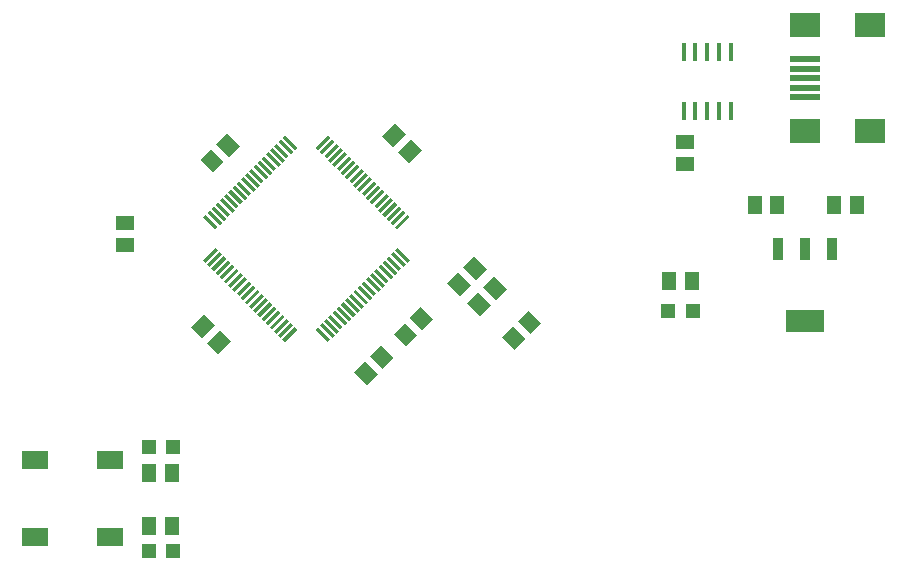
<source format=gbr>
G04 EAGLE Gerber RS-274X export*
G75*
%MOMM*%
%FSLAX34Y34*%
%LPD*%
%INSolderpaste Top*%
%IPPOS*%
%AMOC8*
5,1,8,0,0,1.08239X$1,22.5*%
G01*
%ADD10R,1.300000X1.500000*%
%ADD11R,1.475000X0.300000*%
%ADD12R,1.500000X1.300000*%
%ADD13R,1.200000X1.200000*%
%ADD14R,2.500000X0.500000*%
%ADD15R,2.500000X2.000000*%
%ADD16R,0.400000X1.499997*%
%ADD17R,0.900000X1.900000*%
%ADD18R,3.200000X1.900000*%
%ADD19R,2.300000X1.600000*%


D10*
G36*
X265885Y232918D02*
X275077Y223726D01*
X264471Y213120D01*
X255279Y222312D01*
X265885Y232918D01*
G37*
G36*
X252450Y246353D02*
X261642Y237161D01*
X251036Y226555D01*
X241844Y235747D01*
X252450Y246353D01*
G37*
G36*
X412681Y388200D02*
X403489Y397392D01*
X414095Y407998D01*
X423287Y398806D01*
X412681Y388200D01*
G37*
G36*
X426116Y374765D02*
X416924Y383957D01*
X427530Y394563D01*
X436722Y385371D01*
X426116Y374765D01*
G37*
G36*
X432902Y228753D02*
X423710Y219561D01*
X413104Y230167D01*
X422296Y239359D01*
X432902Y228753D01*
G37*
G36*
X446337Y242188D02*
X437145Y232996D01*
X426539Y243602D01*
X435731Y252794D01*
X446337Y242188D01*
G37*
G36*
X399521Y196007D02*
X390329Y186815D01*
X379723Y197421D01*
X388915Y206613D01*
X399521Y196007D01*
G37*
G36*
X412956Y209442D02*
X403764Y200250D01*
X393158Y210856D01*
X402350Y220048D01*
X412956Y209442D01*
G37*
G36*
X269262Y375702D02*
X260070Y366510D01*
X249464Y377116D01*
X258656Y386308D01*
X269262Y375702D01*
G37*
G36*
X282697Y389137D02*
X273505Y379945D01*
X262899Y390551D01*
X272091Y399743D01*
X282697Y389137D01*
G37*
D11*
G36*
X264325Y300656D02*
X253896Y290227D01*
X251775Y292348D01*
X262204Y302777D01*
X264325Y300656D01*
G37*
G36*
X267861Y297120D02*
X257432Y286691D01*
X255311Y288812D01*
X265740Y299241D01*
X267861Y297120D01*
G37*
G36*
X271396Y293585D02*
X260967Y283156D01*
X258846Y285277D01*
X269275Y295706D01*
X271396Y293585D01*
G37*
G36*
X274932Y290049D02*
X264503Y279620D01*
X262382Y281741D01*
X272811Y292170D01*
X274932Y290049D01*
G37*
G36*
X278468Y286514D02*
X268039Y276085D01*
X265918Y278206D01*
X276347Y288635D01*
X278468Y286514D01*
G37*
G36*
X282003Y282978D02*
X271574Y272549D01*
X269453Y274670D01*
X279882Y285099D01*
X282003Y282978D01*
G37*
G36*
X285539Y279443D02*
X275110Y269014D01*
X272989Y271135D01*
X283418Y281564D01*
X285539Y279443D01*
G37*
G36*
X289074Y275907D02*
X278645Y265478D01*
X276524Y267599D01*
X286953Y278028D01*
X289074Y275907D01*
G37*
G36*
X292610Y272372D02*
X282181Y261943D01*
X280060Y264064D01*
X290489Y274493D01*
X292610Y272372D01*
G37*
G36*
X296145Y268836D02*
X285716Y258407D01*
X283595Y260528D01*
X294024Y270957D01*
X296145Y268836D01*
G37*
G36*
X299681Y265301D02*
X289252Y254872D01*
X287131Y256993D01*
X297560Y267422D01*
X299681Y265301D01*
G37*
G36*
X303216Y261765D02*
X292787Y251336D01*
X290666Y253457D01*
X301095Y263886D01*
X303216Y261765D01*
G37*
G36*
X306752Y258230D02*
X296323Y247801D01*
X294202Y249922D01*
X304631Y260351D01*
X306752Y258230D01*
G37*
G36*
X310287Y254694D02*
X299858Y244265D01*
X297737Y246386D01*
X308166Y256815D01*
X310287Y254694D01*
G37*
G36*
X313823Y251159D02*
X303394Y240730D01*
X301273Y242851D01*
X311702Y253280D01*
X313823Y251159D01*
G37*
G36*
X317358Y247623D02*
X306929Y237194D01*
X304808Y239315D01*
X315237Y249744D01*
X317358Y247623D01*
G37*
G36*
X320894Y244087D02*
X310465Y233658D01*
X308344Y235779D01*
X318773Y246208D01*
X320894Y244087D01*
G37*
G36*
X324429Y240552D02*
X314000Y230123D01*
X311879Y232244D01*
X322308Y242673D01*
X324429Y240552D01*
G37*
G36*
X327965Y237016D02*
X317536Y226587D01*
X315415Y228708D01*
X325844Y239137D01*
X327965Y237016D01*
G37*
G36*
X331501Y233481D02*
X321072Y223052D01*
X318951Y225173D01*
X329380Y235602D01*
X331501Y233481D01*
G37*
G36*
X349186Y235602D02*
X359615Y225173D01*
X357494Y223052D01*
X347065Y233481D01*
X349186Y235602D01*
G37*
G36*
X352722Y239137D02*
X363151Y228708D01*
X361030Y226587D01*
X350601Y237016D01*
X352722Y239137D01*
G37*
G36*
X356257Y242673D02*
X366686Y232244D01*
X364565Y230123D01*
X354136Y240552D01*
X356257Y242673D01*
G37*
G36*
X359793Y246208D02*
X370222Y235779D01*
X368101Y233658D01*
X357672Y244087D01*
X359793Y246208D01*
G37*
G36*
X363328Y249744D02*
X373757Y239315D01*
X371636Y237194D01*
X361207Y247623D01*
X363328Y249744D01*
G37*
G36*
X366864Y253280D02*
X377293Y242851D01*
X375172Y240730D01*
X364743Y251159D01*
X366864Y253280D01*
G37*
G36*
X370399Y256815D02*
X380828Y246386D01*
X378707Y244265D01*
X368278Y254694D01*
X370399Y256815D01*
G37*
G36*
X373935Y260351D02*
X384364Y249922D01*
X382243Y247801D01*
X371814Y258230D01*
X373935Y260351D01*
G37*
G36*
X377470Y263886D02*
X387899Y253457D01*
X385778Y251336D01*
X375349Y261765D01*
X377470Y263886D01*
G37*
G36*
X381006Y267422D02*
X391435Y256993D01*
X389314Y254872D01*
X378885Y265301D01*
X381006Y267422D01*
G37*
G36*
X384541Y270957D02*
X394970Y260528D01*
X392849Y258407D01*
X382420Y268836D01*
X384541Y270957D01*
G37*
G36*
X388077Y274493D02*
X398506Y264064D01*
X396385Y261943D01*
X385956Y272372D01*
X388077Y274493D01*
G37*
G36*
X391613Y278028D02*
X402042Y267599D01*
X399921Y265478D01*
X389492Y275907D01*
X391613Y278028D01*
G37*
G36*
X395148Y281564D02*
X405577Y271135D01*
X403456Y269014D01*
X393027Y279443D01*
X395148Y281564D01*
G37*
G36*
X398684Y285099D02*
X409113Y274670D01*
X406992Y272549D01*
X396563Y282978D01*
X398684Y285099D01*
G37*
G36*
X402219Y288635D02*
X412648Y278206D01*
X410527Y276085D01*
X400098Y286514D01*
X402219Y288635D01*
G37*
G36*
X405755Y292170D02*
X416184Y281741D01*
X414063Y279620D01*
X403634Y290049D01*
X405755Y292170D01*
G37*
G36*
X409290Y295706D02*
X419719Y285277D01*
X417598Y283156D01*
X407169Y293585D01*
X409290Y295706D01*
G37*
G36*
X412826Y299241D02*
X423255Y288812D01*
X421134Y286691D01*
X410705Y297120D01*
X412826Y299241D01*
G37*
G36*
X416361Y302777D02*
X426790Y292348D01*
X424669Y290227D01*
X414240Y300656D01*
X416361Y302777D01*
G37*
G36*
X426790Y328771D02*
X416361Y318342D01*
X414240Y320463D01*
X424669Y330892D01*
X426790Y328771D01*
G37*
G36*
X423255Y332306D02*
X412826Y321877D01*
X410705Y323998D01*
X421134Y334427D01*
X423255Y332306D01*
G37*
G36*
X419719Y335842D02*
X409290Y325413D01*
X407169Y327534D01*
X417598Y337963D01*
X419719Y335842D01*
G37*
G36*
X416184Y339377D02*
X405755Y328948D01*
X403634Y331069D01*
X414063Y341498D01*
X416184Y339377D01*
G37*
G36*
X412648Y342913D02*
X402219Y332484D01*
X400098Y334605D01*
X410527Y345034D01*
X412648Y342913D01*
G37*
G36*
X409113Y346448D02*
X398684Y336019D01*
X396563Y338140D01*
X406992Y348569D01*
X409113Y346448D01*
G37*
G36*
X405577Y349984D02*
X395148Y339555D01*
X393027Y341676D01*
X403456Y352105D01*
X405577Y349984D01*
G37*
G36*
X402042Y353519D02*
X391613Y343090D01*
X389492Y345211D01*
X399921Y355640D01*
X402042Y353519D01*
G37*
G36*
X398506Y357055D02*
X388077Y346626D01*
X385956Y348747D01*
X396385Y359176D01*
X398506Y357055D01*
G37*
G36*
X394970Y360590D02*
X384541Y350161D01*
X382420Y352282D01*
X392849Y362711D01*
X394970Y360590D01*
G37*
G36*
X391435Y364126D02*
X381006Y353697D01*
X378885Y355818D01*
X389314Y366247D01*
X391435Y364126D01*
G37*
G36*
X387899Y367661D02*
X377470Y357232D01*
X375349Y359353D01*
X385778Y369782D01*
X387899Y367661D01*
G37*
G36*
X384364Y371197D02*
X373935Y360768D01*
X371814Y362889D01*
X382243Y373318D01*
X384364Y371197D01*
G37*
G36*
X380828Y374733D02*
X370399Y364304D01*
X368278Y366425D01*
X378707Y376854D01*
X380828Y374733D01*
G37*
G36*
X377293Y378268D02*
X366864Y367839D01*
X364743Y369960D01*
X375172Y380389D01*
X377293Y378268D01*
G37*
G36*
X373757Y381804D02*
X363328Y371375D01*
X361207Y373496D01*
X371636Y383925D01*
X373757Y381804D01*
G37*
G36*
X370222Y385339D02*
X359793Y374910D01*
X357672Y377031D01*
X368101Y387460D01*
X370222Y385339D01*
G37*
G36*
X366686Y388875D02*
X356257Y378446D01*
X354136Y380567D01*
X364565Y390996D01*
X366686Y388875D01*
G37*
G36*
X363151Y392410D02*
X352722Y381981D01*
X350601Y384102D01*
X361030Y394531D01*
X363151Y392410D01*
G37*
G36*
X359615Y395946D02*
X349186Y385517D01*
X347065Y387638D01*
X357494Y398067D01*
X359615Y395946D01*
G37*
G36*
X321072Y398067D02*
X331501Y387638D01*
X329380Y385517D01*
X318951Y395946D01*
X321072Y398067D01*
G37*
G36*
X317536Y394531D02*
X327965Y384102D01*
X325844Y381981D01*
X315415Y392410D01*
X317536Y394531D01*
G37*
G36*
X314000Y390996D02*
X324429Y380567D01*
X322308Y378446D01*
X311879Y388875D01*
X314000Y390996D01*
G37*
G36*
X310465Y387460D02*
X320894Y377031D01*
X318773Y374910D01*
X308344Y385339D01*
X310465Y387460D01*
G37*
G36*
X306929Y383925D02*
X317358Y373496D01*
X315237Y371375D01*
X304808Y381804D01*
X306929Y383925D01*
G37*
G36*
X303394Y380389D02*
X313823Y369960D01*
X311702Y367839D01*
X301273Y378268D01*
X303394Y380389D01*
G37*
G36*
X299858Y376854D02*
X310287Y366425D01*
X308166Y364304D01*
X297737Y374733D01*
X299858Y376854D01*
G37*
G36*
X296323Y373318D02*
X306752Y362889D01*
X304631Y360768D01*
X294202Y371197D01*
X296323Y373318D01*
G37*
G36*
X292787Y369782D02*
X303216Y359353D01*
X301095Y357232D01*
X290666Y367661D01*
X292787Y369782D01*
G37*
G36*
X289252Y366247D02*
X299681Y355818D01*
X297560Y353697D01*
X287131Y364126D01*
X289252Y366247D01*
G37*
G36*
X285716Y362711D02*
X296145Y352282D01*
X294024Y350161D01*
X283595Y360590D01*
X285716Y362711D01*
G37*
G36*
X282181Y359176D02*
X292610Y348747D01*
X290489Y346626D01*
X280060Y357055D01*
X282181Y359176D01*
G37*
G36*
X278645Y355640D02*
X289074Y345211D01*
X286953Y343090D01*
X276524Y353519D01*
X278645Y355640D01*
G37*
G36*
X275110Y352105D02*
X285539Y341676D01*
X283418Y339555D01*
X272989Y349984D01*
X275110Y352105D01*
G37*
G36*
X271574Y348569D02*
X282003Y338140D01*
X279882Y336019D01*
X269453Y346448D01*
X271574Y348569D01*
G37*
G36*
X268039Y345034D02*
X278468Y334605D01*
X276347Y332484D01*
X265918Y342913D01*
X268039Y345034D01*
G37*
G36*
X264503Y341498D02*
X274932Y331069D01*
X272811Y328948D01*
X262382Y339377D01*
X264503Y341498D01*
G37*
G36*
X260967Y337963D02*
X271396Y327534D01*
X269275Y325413D01*
X258846Y335842D01*
X260967Y337963D01*
G37*
G36*
X257432Y334427D02*
X267861Y323998D01*
X265740Y321877D01*
X255311Y332306D01*
X257432Y334427D01*
G37*
G36*
X253896Y330892D02*
X264325Y320463D01*
X262204Y318342D01*
X251775Y328771D01*
X253896Y330892D01*
G37*
D12*
X185553Y324108D03*
X185553Y305108D03*
D13*
X666290Y249550D03*
X645290Y249550D03*
D10*
X646290Y274950D03*
X665290Y274950D03*
G36*
X524609Y225578D02*
X515417Y216386D01*
X504811Y226992D01*
X514003Y236184D01*
X524609Y225578D01*
G37*
G36*
X538044Y239013D02*
X528852Y229821D01*
X518246Y240427D01*
X527438Y249619D01*
X538044Y239013D01*
G37*
G36*
X488906Y269132D02*
X498098Y278324D01*
X508704Y267718D01*
X499512Y258526D01*
X488906Y269132D01*
G37*
G36*
X471935Y286103D02*
X481127Y295295D01*
X491733Y284689D01*
X482541Y275497D01*
X471935Y286103D01*
G37*
G36*
X458500Y272668D02*
X467692Y281860D01*
X478298Y271254D01*
X469106Y262062D01*
X458500Y272668D01*
G37*
G36*
X475471Y255697D02*
X484663Y264889D01*
X495269Y254283D01*
X486077Y245091D01*
X475471Y255697D01*
G37*
D14*
X761600Y446400D03*
X761600Y438400D03*
X761600Y462400D03*
X761600Y454400D03*
D15*
X816600Y491400D03*
X816600Y401400D03*
X761600Y491400D03*
X761600Y401400D03*
D14*
X761600Y430400D03*
D16*
X698650Y468861D03*
X678330Y468861D03*
X688650Y468861D03*
X668650Y468861D03*
X658650Y468861D03*
X658650Y418859D03*
X668650Y418859D03*
X678330Y418859D03*
X688650Y418859D03*
X698650Y418859D03*
D12*
X659600Y392400D03*
X659600Y373400D03*
D17*
X784200Y301800D03*
X761200Y301800D03*
X738200Y301800D03*
D18*
X761200Y240800D03*
D10*
X718690Y338620D03*
X737690Y338620D03*
X805000Y338620D03*
X786000Y338620D03*
D13*
X205600Y133900D03*
X226600Y133900D03*
D10*
X206320Y111900D03*
X225320Y111900D03*
D13*
X205600Y45800D03*
X226600Y45800D03*
D10*
X206320Y66800D03*
X225320Y66800D03*
D19*
X172600Y57700D03*
X109600Y57700D03*
X172600Y122900D03*
X109600Y122900D03*
M02*

</source>
